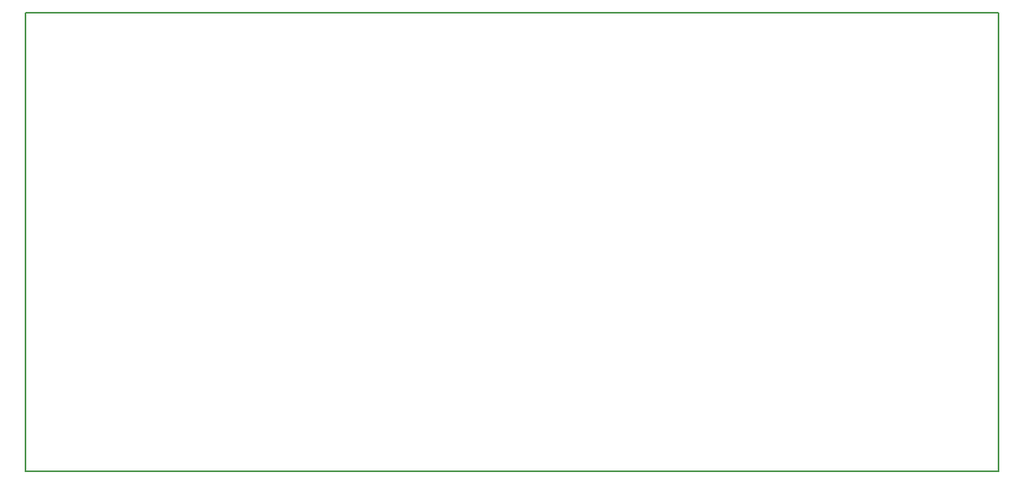
<source format=gm1>
G04 MADE WITH FRITZING*
G04 WWW.FRITZING.ORG*
G04 DOUBLE SIDED*
G04 HOLES PLATED*
G04 CONTOUR ON CENTER OF CONTOUR VECTOR*
%ASAXBY*%
%FSLAX23Y23*%
%MOIN*%
%OFA0B0*%
%SFA1.0B1.0*%
%ADD10R,4.083200X1.930200*%
%ADD11C,0.008000*%
%ADD10C,0.008*%
%LNCONTOUR*%
G90*
G70*
G54D10*
G54D11*
X4Y1926D02*
X4079Y1926D01*
X4079Y4D01*
X4Y4D01*
X4Y1926D01*
D02*
G04 End of contour*
M02*
</source>
